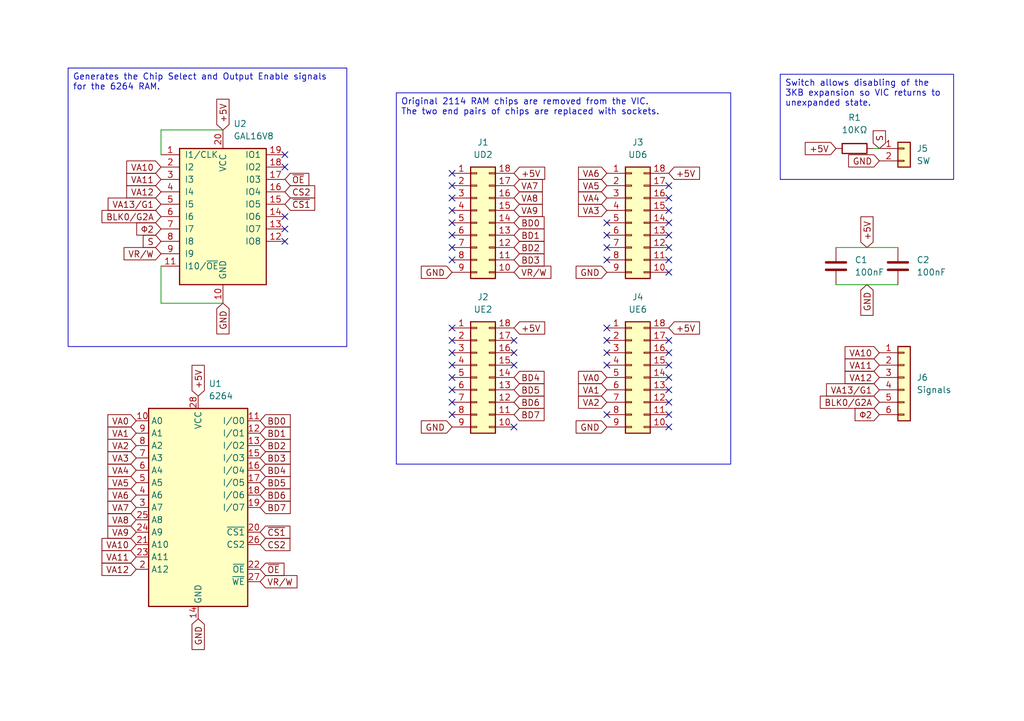
<source format=kicad_sch>
(kicad_sch (version 20250114) (generator "eeschema") (generator_version "9.0")
  (paper "A5")
  (title_block (title "Commodore VIC-20 BLK0 RAM Expansion ") (date "26-Apr-2025") (rev "B") (company "Brett Hallen") (comment 1 "www.youtube.com/@Brfff"))
  (lib_symbols
    (symbol "Connector_Generic:Conn_01x02" (pin_names (offset 1.016) (hide yes))
      (property "Reference" "J" (at 0 2.54 0))
      (property "Value" "Conn_01x02" (at 0 -5.08 0))
      (symbol "Conn_01x02_1_1"
        (rectangle (start -1.27 1.27) (end 1.27 -3.81) (stroke (width 0.254)) (fill (type background)))
        (rectangle (start -1.27 0.127) (end 0 -0.127) (stroke (width 0.1524)))
        (rectangle (start -1.27 -2.413) (end 0 -2.667) (stroke (width 0.1524)))
        (pin passive line (at -5.08 0 0) (length 3.81) (name "Pin_1") (number "1"))
        (pin passive line (at -5.08 -2.54 0) (length 3.81) (name "Pin_2") (number "2"))
      )
    )
    (symbol "Connector_Generic:Conn_01x06" (pin_names (offset 1.016) (hide yes))
      (property "Reference" "J" (at 0 7.62 0))
      (property "Value" "Conn_01x06" (at 0 -10.16 0))
      (symbol "Conn_01x06_1_1"
        (rectangle (start -1.27 6.35) (end 1.27 -8.89) (stroke (width 0.254)) (fill (type background)))
        (rectangle (start -1.27 5.207) (end 0 4.953) (stroke (width 0.1524)))
        (rectangle (start -1.27 2.667) (end 0 2.413) (stroke (width 0.1524)))
        (rectangle (start -1.27 0.127) (end 0 -0.127) (stroke (width 0.1524)))
        (rectangle (start -1.27 -2.413) (end 0 -2.667) (stroke (width 0.1524)))
        (rectangle (start -1.27 -4.953) (end 0 -5.207) (stroke (width 0.1524)))
        (rectangle (start -1.27 -7.493) (end 0 -7.747) (stroke (width 0.1524)))
        (pin passive line (at -5.08 5.08 0) (length 3.81) (name "Pin_1") (number "1"))
        (pin passive line (at -5.08 2.54 0) (length 3.81) (name "Pin_2") (number "2"))
        (pin passive line (at -5.08 0 0) (length 3.81) (name "Pin_3") (number "3"))
        (pin passive line (at -5.08 -2.54 0) (length 3.81) (name "Pin_4") (number "4"))
        (pin passive line (at -5.08 -5.08 0) (length 3.81) (name "Pin_5") (number "5"))
        (pin passive line (at -5.08 -7.62 0) (length 3.81) (name "Pin_6") (number "6"))
      )
    )
    (symbol "Connector_Generic:Conn_02x09_Counter_Clockwise" (pin_names (offset 1.016) (hide yes))
      (property "Reference" "J" (at 1.27 12.7 0))
      (property "Value" "Conn_02x09_Counter_Clockwise" (at 1.27 -12.7 0))
      (symbol "Conn_02x09_Counter_Clockwise_1_1"
        (rectangle (start -1.27 11.43) (end 3.81 -11.43) (stroke (width 0.254)) (fill (type background)))
        (rectangle (start -1.27 10.287) (end 0 10.033) (stroke (width 0.1524)))
        (rectangle (start -1.27 7.747) (end 0 7.493) (stroke (width 0.1524)))
        (rectangle (start -1.27 5.207) (end 0 4.953) (stroke (width 0.1524)))
        (rectangle (start -1.27 2.667) (end 0 2.413) (stroke (width 0.1524)))
        (rectangle (start -1.27 0.127) (end 0 -0.127) (stroke (width 0.1524)))
        (rectangle (start -1.27 -2.413) (end 0 -2.667) (stroke (width 0.1524)))
        (rectangle (start -1.27 -4.953) (end 0 -5.207) (stroke (width 0.1524)))
        (rectangle (start -1.27 -7.493) (end 0 -7.747) (stroke (width 0.1524)))
        (rectangle (start -1.27 -10.033) (end 0 -10.287) (stroke (width 0.1524)))
        (rectangle (start 3.81 10.287) (end 2.54 10.033) (stroke (width 0.1524)))
        (rectangle (start 3.81 7.747) (end 2.54 7.493) (stroke (width 0.1524)))
        (rectangle (start 3.81 5.207) (end 2.54 4.953) (stroke (width 0.1524)))
        (rectangle (start 3.81 2.667) (end 2.54 2.413) (stroke (width 0.1524)))
        (rectangle (start 3.81 0.127) (end 2.54 -0.127) (stroke (width 0.1524)))
        (rectangle (start 3.81 -2.413) (end 2.54 -2.667) (stroke (width 0.1524)))
        (rectangle (start 3.81 -4.953) (end 2.54 -5.207) (stroke (width 0.1524)))
        (rectangle (start 3.81 -7.493) (end 2.54 -7.747) (stroke (width 0.1524)))
        (rectangle (start 3.81 -10.033) (end 2.54 -10.287) (stroke (width 0.1524)))
        (pin passive line (at -5.08 10.16 0) (length 3.81) (name "Pin_1") (number "1"))
        (pin passive line (at -5.08 7.62 0) (length 3.81) (name "Pin_2") (number "2"))
        (pin passive line (at -5.08 5.08 0) (length 3.81) (name "Pin_3") (number "3"))
        (pin passive line (at -5.08 2.54 0) (length 3.81) (name "Pin_4") (number "4"))
        (pin passive line (at -5.08 0 0) (length 3.81) (name "Pin_5") (number "5"))
        (pin passive line (at -5.08 -2.54 0) (length 3.81) (name "Pin_6") (number "6"))
        (pin passive line (at -5.08 -5.08 0) (length 3.81) (name "Pin_7") (number "7"))
        (pin passive line (at -5.08 -7.62 0) (length 3.81) (name "Pin_8") (number "8"))
        (pin passive line (at -5.08 -10.16 0) (length 3.81) (name "Pin_9") (number "9"))
        (pin passive line (at 7.62 10.16 180) (length 3.81) (name "Pin_18") (number "18"))
        (pin passive line (at 7.62 7.62 180) (length 3.81) (name "Pin_17") (number "17"))
        (pin passive line (at 7.62 5.08 180) (length 3.81) (name "Pin_16") (number "16"))
        (pin passive line (at 7.62 2.54 180) (length 3.81) (name "Pin_15") (number "15"))
        (pin passive line (at 7.62 0 180) (length 3.81) (name "Pin_14") (number "14"))
        (pin passive line (at 7.62 -2.54 180) (length 3.81) (name "Pin_13") (number "13"))
        (pin passive line (at 7.62 -5.08 180) (length 3.81) (name "Pin_12") (number "12"))
        (pin passive line (at 7.62 -7.62 180) (length 3.81) (name "Pin_11") (number "11"))
        (pin passive line (at 7.62 -10.16 180) (length 3.81) (name "Pin_10") (number "10"))
      )
    )
    (symbol "Device:C" (pin_numbers (hide yes)) (pin_names (offset 0.254))
      (property "Reference" "C" (at 0.635 2.54 0))
      (property "Value" "C" (at 0.635 -2.54 0))
      (symbol "C_0_1"
        (polyline (pts (xy -2.032 0.762) (xy 2.032 0.762)) (stroke (width 0.508)))
        (polyline (pts (xy -2.032 -0.762) (xy 2.032 -0.762)) (stroke (width 0.508)))
      )
      (symbol "C_1_1"
        (pin passive line (at 0 3.81 270) (length 2.794) (name "~") (number "1"))
        (pin passive line (at 0 -3.81 90) (length 2.794) (name "~") (number "2"))
      )
    )
    (symbol "Device:R" (pin_numbers (hide yes)) (pin_names (offset 0))
      (property "Reference" "R" (at 2.032 0 90))
      (property "Value" "R" (at 0 0 90))
      (symbol "R_0_1"
        (rectangle (start -1.016 -2.54) (end 1.016 2.54) (stroke (width 0.254)))
      )
      (symbol "R_1_1"
        (pin passive line (at 0 3.81 270) (length 1.27) (name "~") (number "1"))
        (pin passive line (at 0 -3.81 90) (length 1.27) (name "~") (number "2"))
      )
    )
    (symbol "Logic_Programmable:GAL16V8" (pin_names (offset 1.016))
      (property "Reference" "U" (at -8.89 16.51 0))
      (property "Value" "GAL16V8" (at 1.27 16.51 0))
      (symbol "GAL16V8_0_0"
        (pin power_in line (at 0 17.78 270) (length 3.81) (name "VCC") (number "20"))
        (pin power_in line (at 0 -17.78 90) (length 3.81) (name "GND") (number "10"))
      )
      (symbol "GAL16V8_0_1"
        (rectangle (start -8.89 13.97) (end 8.89 -13.97) (stroke (width 0.254)) (fill (type background)))
      )
      (symbol "GAL16V8_1_1"
        (pin input line (at -12.7 12.7 0) (length 3.81) (name "I1/CLK") (number "1"))
        (pin input line (at -12.7 10.16 0) (length 3.81) (name "I2") (number "2"))
        (pin input line (at -12.7 7.62 0) (length 3.81) (name "I3") (number "3"))
        (pin input line (at -12.7 5.08 0) (length 3.81) (name "I4") (number "4"))
        (pin input line (at -12.7 2.54 0) (length 3.81) (name "I5") (number "5"))
        (pin input line (at -12.7 0 0) (length 3.81) (name "I6") (number "6"))
        (pin input line (at -12.7 -2.54 0) (length 3.81) (name "I7") (number "7"))
        (pin input line (at -12.7 -5.08 0) (length 3.81) (name "I8") (number "8"))
        (pin input line (at -12.7 -7.62 0) (length 3.81) (name "I9") (number "9"))
        (pin input line (at -12.7 -10.16 0) (length 3.81) (name "I10/~{OE}") (number "11"))
        (pin tri_state line (at 12.7 12.7 180) (length 3.81) (name "IO1") (number "19"))
        (pin tri_state line (at 12.7 10.16 180) (length 3.81) (name "IO2") (number "18"))
        (pin tri_state line (at 12.7 7.62 180) (length 3.81) (name "I03") (number "17"))
        (pin tri_state line (at 12.7 5.08 180) (length 3.81) (name "IO4") (number "16"))
        (pin tri_state line (at 12.7 2.54 180) (length 3.81) (name "IO5") (number "15"))
        (pin tri_state line (at 12.7 0 180) (length 3.81) (name "IO6") (number "14"))
        (pin tri_state line (at 12.7 -2.54 180) (length 3.81) (name "IO7") (number "13"))
        (pin tri_state line (at 12.7 -5.08 180) (length 3.81) (name "IO8") (number "12"))
      )
    )
    (symbol "Memory_RAM:HY6264AxP"
      (property "Reference" "U" (at -10.16 20.955 0))
      (property "Value" "HY6264AxP" (at 2.54 20.955 0))
      (symbol "HY6264AxP_0_0"
        (pin power_in line (at 0 22.86 270) (length 2.54) (name "VCC") (number "28"))
        (pin power_in line (at 0 -22.86 90) (length 2.54) (name "GND") (number "14"))
      )
      (symbol "HY6264AxP_0_1"
        (rectangle (start -10.16 20.32) (end 10.16 -20.32) (stroke (width 0.254)) (fill (type background)))
      )
      (symbol "HY6264AxP_1_1"
        (pin input line (at -12.7 17.78 0) (length 2.54) (name "A0") (number "10"))
        (pin input line (at -12.7 15.24 0) (length 2.54) (name "A1") (number "9"))
        (pin input line (at -12.7 12.7 0) (length 2.54) (name "A2") (number "8"))
        (pin input line (at -12.7 10.16 0) (length 2.54) (name "A3") (number "7"))
        (pin input line (at -12.7 7.62 0) (length 2.54) (name "A4") (number "6"))
        (pin input line (at -12.7 5.08 0) (length 2.54) (name "A5") (number "5"))
        (pin input line (at -12.7 2.54 0) (length 2.54) (name "A6") (number "4"))
        (pin input line (at -12.7 0 0) (length 2.54) (name "A7") (number "3"))
        (pin input line (at -12.7 -2.54 0) (length 2.54) (name "A8") (number "25"))
        (pin input line (at -12.7 -5.08 0) (length 2.54) (name "A9") (number "24"))
        (pin input line (at -12.7 -7.62 0) (length 2.54) (name "A10") (number "21"))
        (pin input line (at -12.7 -10.16 0) (length 2.54) (name "A11") (number "23"))
        (pin input line (at -12.7 -12.7 0) (length 2.54) (name "A12") (number "2"))
        (pin no_connect line (at 0 0 0) (length 2.54) (hide yes) (name "NC") (number "1"))
        (pin tri_state line (at 12.7 17.78 180) (length 2.54) (name "I/O0") (number "11"))
        (pin tri_state line (at 12.7 15.24 180) (length 2.54) (name "I/O1") (number "12"))
        (pin tri_state line (at 12.7 12.7 180) (length 2.54) (name "I/O2") (number "13"))
        (pin tri_state line (at 12.7 10.16 180) (length 2.54) (name "I/O3") (number "15"))
        (pin tri_state line (at 12.7 7.62 180) (length 2.54) (name "I/O4") (number "16"))
        (pin tri_state line (at 12.7 5.08 180) (length 2.54) (name "I/O5") (number "17"))
        (pin tri_state line (at 12.7 2.54 180) (length 2.54) (name "I/O6") (number "18"))
        (pin tri_state line (at 12.7 0 180) (length 2.54) (name "I/O7") (number "19"))
        (pin input line (at 12.7 -5.08 180) (length 2.54) (name "~{CS1}") (number "20"))
        (pin input line (at 12.7 -7.62 180) (length 2.54) (name "CS2") (number "26"))
        (pin input line (at 12.7 -12.7 180) (length 2.54) (name "~{OE}") (number "22"))
        (pin input line (at 12.7 -15.24 180) (length 2.54) (name "~{WE}") (number "27"))
      )
    )
  )
  (text_box "Generates the Chip Select and Output Enable signals for the 6264 RAM." (at 13.97 13.97 0) (size 57.15 57.15) (margins 0.9525 0.9525 0.9525 0.9525) (effects (font (size 1.27 1.27)) (justify left top)))
  (text_box "Switch allows disabling of the 3KB expansion so VIC returns to unexpanded state." (at 160.02 15.24 0) (size 35.56 21.59) (margins 0.9525 0.9525 0.9525 0.9525) (effects (font (size 1.27 1.27)) (justify left top)))
  (text_box "Original 2114 RAM chips are removed from the VIC.\nThe two end pairs of chips are replaced with sockets." (at 81.28 19.05 0) (size 68.58 76.2) (margins 0.9525 0.9525 0.9525 0.9525) (effects (font (size 1.27 1.27)) (justify left top)))
  (no_connect (at 92.71 35.56))
  (no_connect (at 92.71 40.64))
  (no_connect (at 137.16 85.09))
  (no_connect (at 92.71 80.01))
  (no_connect (at 137.16 82.55))
  (no_connect (at 92.71 69.85))
  (no_connect (at 137.16 55.88))
  (no_connect (at 137.16 74.93))
  (no_connect (at 58.42 34.29))
  (no_connect (at 105.41 72.39))
  (no_connect (at 58.42 49.53))
  (no_connect (at 137.16 53.34))
  (no_connect (at 124.46 74.93))
  (no_connect (at 92.71 43.18))
  (no_connect (at 124.46 48.26))
  (no_connect (at 137.16 77.47))
  (no_connect (at 137.16 40.64))
  (no_connect (at 58.42 44.45))
  (no_connect (at 124.46 45.72))
  (no_connect (at 92.71 48.26))
  (no_connect (at 92.71 50.8))
  (no_connect (at 58.42 46.99))
  (no_connect (at 137.16 80.01))
  (no_connect (at 105.41 87.63))
  (no_connect (at 124.46 67.31))
  (no_connect (at 92.71 53.34))
  (no_connect (at 92.71 72.39))
  (no_connect (at 137.16 72.39))
  (no_connect (at 105.41 69.85))
  (no_connect (at 92.71 85.09))
  (no_connect (at 92.71 45.72))
  (no_connect (at 124.46 69.85))
  (no_connect (at 137.16 50.8))
  (no_connect (at 92.71 82.55))
  (no_connect (at 124.46 50.8))
  (no_connect (at 92.71 67.31))
  (no_connect (at 137.16 48.26))
  (no_connect (at 124.46 72.39))
  (no_connect (at 105.41 74.93))
  (no_connect (at 92.71 77.47))
  (no_connect (at 58.42 31.75))
  (no_connect (at 137.16 69.85))
  (no_connect (at 92.71 38.1))
  (no_connect (at 137.16 45.72))
  (no_connect (at 137.16 38.1))
  (no_connect (at 124.46 53.34))
  (no_connect (at 137.16 43.18))
  (no_connect (at 124.46 85.09))
  (no_connect (at 137.16 87.63))
  (no_connect (at 92.71 74.93))
  (wire (pts (xy 171.45 58.42) (xy 184.15 58.42)))
  (wire (pts (xy 33.02 62.23) (xy 33.02 54.61)))
  (wire (pts (xy 45.72 62.23) (xy 33.02 62.23)))
  (wire (pts (xy 179.07 30.48) (xy 180.34 30.48)))
  (wire (pts (xy 33.02 26.67) (xy 33.02 31.75)))
  (wire (pts (xy 171.45 50.8) (xy 184.15 50.8)))
  (wire (pts (xy 45.72 26.67) (xy 33.02 26.67)))
  (global_label "VA10" (shape input) (at 27.94 111.76 180) (property "Intersheetrefs" "${INTERSHEET_REFS}" (effects (hide yes))))
  (global_label "~{CS1}" (shape input) (at 53.34 109.22 0) (property "Intersheetrefs" "${INTERSHEET_REFS}" (effects (hide yes))))
  (global_label "+5V" (shape input) (at 177.8 50.8 90) (property "Intersheetrefs" "${INTERSHEET_REFS}" (effects (hide yes))))
  (global_label "GND" (shape input) (at 124.46 55.88 180) (property "Intersheetrefs" "${INTERSHEET_REFS}" (effects (hide yes))))
  (global_label "VR{slash}W" (shape input) (at 53.34 119.38 0) (property "Intersheetrefs" "${INTERSHEET_REFS}" (effects (hide yes))))
  (global_label "VR{slash}W" (shape input) (at 105.41 55.88 0) (property "Intersheetrefs" "${INTERSHEET_REFS}" (effects (hide yes))))
  (global_label "VA7" (shape input) (at 105.41 38.1 0) (property "Intersheetrefs" "${INTERSHEET_REFS}" (effects (hide yes))))
  (global_label "VA11" (shape input) (at 27.94 114.3 180) (property "Intersheetrefs" "${INTERSHEET_REFS}" (effects (hide yes))))
  (global_label "BD2" (shape input) (at 53.34 91.44 0) (property "Intersheetrefs" "${INTERSHEET_REFS}" (effects (hide yes))))
  (global_label "VA8" (shape input) (at 27.94 106.68 180) (property "Intersheetrefs" "${INTERSHEET_REFS}" (effects (hide yes))))
  (global_label "BD0" (shape input) (at 105.41 45.72 0) (property "Intersheetrefs" "${INTERSHEET_REFS}" (effects (hide yes))))
  (global_label "VA3" (shape input) (at 27.94 93.98 180) (property "Intersheetrefs" "${INTERSHEET_REFS}" (effects (hide yes))))
  (global_label "BD1" (shape input) (at 105.41 48.26 0) (property "Intersheetrefs" "${INTERSHEET_REFS}" (effects (hide yes))))
  (global_label "VA11" (shape input) (at 180.34 74.93 180) (property "Intersheetrefs" "${INTERSHEET_REFS}" (effects (hide yes))))
  (global_label "CS2" (shape input) (at 58.42 39.37 0) (property "Intersheetrefs" "${INTERSHEET_REFS}" (effects (hide yes))))
  (global_label "~{CS1}" (shape input) (at 58.42 41.91 0) (property "Intersheetrefs" "${INTERSHEET_REFS}" (effects (hide yes))))
  (global_label "VA5" (shape input) (at 27.94 99.06 180) (property "Intersheetrefs" "${INTERSHEET_REFS}" (effects (hide yes))))
  (global_label "BD6" (shape input) (at 53.34 101.6 0) (property "Intersheetrefs" "${INTERSHEET_REFS}" (effects (hide yes))))
  (global_label "+5V" (shape input) (at 105.41 67.31 0) (property "Intersheetrefs" "${INTERSHEET_REFS}" (effects (hide yes))))
  (global_label "VA1" (shape input) (at 27.94 88.9 180) (property "Intersheetrefs" "${INTERSHEET_REFS}" (effects (hide yes))))
  (global_label "BD4" (shape input) (at 105.41 77.47 0) (property "Intersheetrefs" "${INTERSHEET_REFS}" (effects (hide yes))))
  (global_label "VA13{slash}G1" (shape input) (at 33.02 41.91 180) (property "Intersheetrefs" "${INTERSHEET_REFS}" (effects (hide yes))))
  (global_label "BD5" (shape input) (at 105.41 80.01 0) (property "Intersheetrefs" "${INTERSHEET_REFS}" (effects (hide yes))))
  (global_label "GND" (shape input) (at 124.46 87.63 180) (property "Intersheetrefs" "${INTERSHEET_REFS}" (effects (hide yes))))
  (global_label "+5V" (shape input) (at 45.72 26.67 90) (property "Intersheetrefs" "${INTERSHEET_REFS}" (effects (hide yes))))
  (global_label "VA9" (shape input) (at 105.41 43.18 0) (property "Intersheetrefs" "${INTERSHEET_REFS}" (effects (hide yes))))
  (global_label "VA13{slash}G1" (shape input) (at 180.34 80.01 180) (property "Intersheetrefs" "${INTERSHEET_REFS}" (effects (hide yes))))
  (global_label "VA12" (shape input) (at 180.34 77.47 180) (property "Intersheetrefs" "${INTERSHEET_REFS}" (effects (hide yes))))
  (global_label "GND" (shape input) (at 177.8 58.42 270) (property "Intersheetrefs" "${INTERSHEET_REFS}" (effects (hide yes))))
  (global_label "VA0" (shape input) (at 27.94 86.36 180) (property "Intersheetrefs" "${INTERSHEET_REFS}" (effects (hide yes))))
  (global_label "+5V" (shape input) (at 137.16 67.31 0) (property "Intersheetrefs" "${INTERSHEET_REFS}" (effects (hide yes))))
  (global_label "+5V" (shape input) (at 171.45 30.48 180) (property "Intersheetrefs" "${INTERSHEET_REFS}" (effects (hide yes))))
  (global_label "VA7" (shape input) (at 27.94 104.14 180) (property "Intersheetrefs" "${INTERSHEET_REFS}" (effects (hide yes))))
  (global_label "+5V" (shape input) (at 40.64 81.28 90) (property "Intersheetrefs" "${INTERSHEET_REFS}" (effects (hide yes))))
  (global_label "VA12" (shape input) (at 27.94 116.84 180) (property "Intersheetrefs" "${INTERSHEET_REFS}" (effects (hide yes))))
  (global_label "VA3" (shape input) (at 124.46 43.18 180) (property "Intersheetrefs" "${INTERSHEET_REFS}" (effects (hide yes))))
  (global_label "VR{slash}W" (shape input) (at 33.02 52.07 180) (property "Intersheetrefs" "${INTERSHEET_REFS}" (effects (hide yes))))
  (global_label "VA12" (shape input) (at 33.02 39.37 180) (property "Intersheetrefs" "${INTERSHEET_REFS}" (effects (hide yes))))
  (global_label "BD7" (shape input) (at 105.41 85.09 0) (property "Intersheetrefs" "${INTERSHEET_REFS}" (effects (hide yes))))
  (global_label "GND" (shape input) (at 92.71 87.63 180) (property "Intersheetrefs" "${INTERSHEET_REFS}" (effects (hide yes))))
  (global_label "VA6" (shape input) (at 124.46 35.56 180) (property "Intersheetrefs" "${INTERSHEET_REFS}" (effects (hide yes))))
  (global_label "VA6" (shape input) (at 27.94 101.6 180) (property "Intersheetrefs" "${INTERSHEET_REFS}" (effects (hide yes))))
  (global_label "GND" (shape input) (at 45.72 62.23 270) (property "Intersheetrefs" "${INTERSHEET_REFS}" (effects (hide yes))))
  (global_label "BD6" (shape input) (at 105.41 82.55 0) (property "Intersheetrefs" "${INTERSHEET_REFS}" (effects (hide yes))))
  (global_label "Φ2" (shape input) (at 180.34 85.09 180) (property "Intersheetrefs" "${INTERSHEET_REFS}" (effects (hide yes))))
  (global_label "~{ΟΕ}" (shape input) (at 58.42 36.83 0) (property "Intersheetrefs" "${INTERSHEET_REFS}" (effects (hide yes))))
  (global_label "VA9" (shape input) (at 27.94 109.22 180) (property "Intersheetrefs" "${INTERSHEET_REFS}" (effects (hide yes))))
  (global_label "BD4" (shape input) (at 53.34 96.52 0) (property "Intersheetrefs" "${INTERSHEET_REFS}" (effects (hide yes))))
  (global_label "VA1" (shape input) (at 124.46 80.01 180) (property "Intersheetrefs" "${INTERSHEET_REFS}" (effects (hide yes))))
  (global_label "BD3" (shape input) (at 53.34 93.98 0) (property "Intersheetrefs" "${INTERSHEET_REFS}" (effects (hide yes))))
  (global_label "VA10" (shape input) (at 180.34 72.39 180) (property "Intersheetrefs" "${INTERSHEET_REFS}" (effects (hide yes))))
  (global_label "VA4" (shape input) (at 27.94 96.52 180) (property "Intersheetrefs" "${INTERSHEET_REFS}" (effects (hide yes))))
  (global_label "BLK0{slash}G2A" (shape input) (at 33.02 44.45 180) (property "Intersheetrefs" "${INTERSHEET_REFS}" (effects (hide yes))))
  (global_label "VA10" (shape input) (at 33.02 34.29 180) (property "Intersheetrefs" "${INTERSHEET_REFS}" (effects (hide yes))))
  (global_label "BD5" (shape input) (at 53.34 99.06 0) (property "Intersheetrefs" "${INTERSHEET_REFS}" (effects (hide yes))))
  (global_label "VA0" (shape input) (at 124.46 77.47 180) (property "Intersheetrefs" "${INTERSHEET_REFS}" (effects (hide yes))))
  (global_label "BLK0{slash}G2A" (shape input) (at 180.34 82.55 180) (property "Intersheetrefs" "${INTERSHEET_REFS}" (effects (hide yes))))
  (global_label "VA4" (shape input) (at 124.46 40.64 180) (property "Intersheetrefs" "${INTERSHEET_REFS}" (effects (hide yes))))
  (global_label "GND" (shape input) (at 40.64 127 270) (property "Intersheetrefs" "${INTERSHEET_REFS}" (effects (hide yes))))
  (global_label "BD2" (shape input) (at 105.41 50.8 0) (property "Intersheetrefs" "${INTERSHEET_REFS}" (effects (hide yes))))
  (global_label "S" (shape input) (at 180.34 30.48 90) (property "Intersheetrefs" "${INTERSHEET_REFS}" (effects (hide yes))))
  (global_label "GND" (shape input) (at 92.71 55.88 180) (property "Intersheetrefs" "${INTERSHEET_REFS}" (effects (hide yes))))
  (global_label "BD7" (shape input) (at 53.34 104.14 0) (property "Intersheetrefs" "${INTERSHEET_REFS}" (effects (hide yes))))
  (global_label "BD3" (shape input) (at 105.41 53.34 0) (property "Intersheetrefs" "${INTERSHEET_REFS}" (effects (hide yes))))
  (global_label "CS2" (shape input) (at 53.34 111.76 0) (property "Intersheetrefs" "${INTERSHEET_REFS}" (effects (hide yes))))
  (global_label "Φ2" (shape input) (at 33.02 46.99 180) (property "Intersheetrefs" "${INTERSHEET_REFS}" (effects (hide yes))))
  (global_label "VA11" (shape input) (at 33.02 36.83 180) (property "Intersheetrefs" "${INTERSHEET_REFS}" (effects (hide yes))))
  (global_label "BD0" (shape input) (at 53.34 86.36 0) (property "Intersheetrefs" "${INTERSHEET_REFS}" (effects (hide yes))))
  (global_label "GND" (shape input) (at 180.34 33.02 180) (property "Intersheetrefs" "${INTERSHEET_REFS}" (effects (hide yes))))
  (global_label "VA8" (shape input) (at 105.41 40.64 0) (property "Intersheetrefs" "${INTERSHEET_REFS}" (effects (hide yes))))
  (global_label "VA2" (shape input) (at 124.46 82.55 180) (property "Intersheetrefs" "${INTERSHEET_REFS}" (effects (hide yes))))
  (global_label "BD1" (shape input) (at 53.34 88.9 0) (property "Intersheetrefs" "${INTERSHEET_REFS}" (effects (hide yes))))
  (global_label "+5V" (shape input) (at 105.41 35.56 0) (property "Intersheetrefs" "${INTERSHEET_REFS}" (effects (hide yes))))
  (global_label "S" (shape input) (at 33.02 49.53 180) (property "Intersheetrefs" "${INTERSHEET_REFS}" (effects (hide yes))))
  (global_label "VA5" (shape input) (at 124.46 38.1 180) (property "Intersheetrefs" "${INTERSHEET_REFS}" (effects (hide yes))))
  (global_label "~{ΟΕ}" (shape input) (at 53.34 116.84 0) (property "Intersheetrefs" "${INTERSHEET_REFS}" (effects (hide yes))))
  (global_label "+5V" (shape input) (at 137.16 35.56 0) (property "Intersheetrefs" "${INTERSHEET_REFS}" (effects (hide yes))))
  (global_label "VA2" (shape input) (at 27.94 91.44 180) (property "Intersheetrefs" "${INTERSHEET_REFS}" (effects (hide yes))))
  (symbol (lib_id "Connector_Generic:Conn_02x09_Counter_Clockwise") (at 129.54 77.47 0) (unit 1)
    (property "Reference" "J4" (at 130.81 60.96 0))
    (property "Value" "UE6" (at 130.81 63.5 0))
    (property "Footprint" "Package_DIP:DIP-18_W7.62mm" (effects (hide yes)))
    (property "Description" "Generic connector, double row, 02x09, counter clockwise pin numbering scheme (similar to DIP package numbering), script generated (kicad-library-utils/schlib/autogen/connector/)" (effects (hide yes)))
  )
  (symbol (lib_id "Logic_Programmable:GAL16V8") (at 45.72 44.45 0) (unit 1)
    (property "Reference" "U2" (at 47.8633 25.4 0) (effects (justify left)))
    (property "Value" "GAL16V8" (at 47.8633 27.94 0) (effects (justify left)))
    (property "Footprint" "Package_DIP:DIP-20_W7.62mm_Socket" (effects (hide yes)))
    (property "Description" "Programmable Logic Array, DIP-20/SOIC-20/PLCC-20" (effects (hide yes)))
  )
  (symbol (lib_id "Connector_Generic:Conn_01x02") (at 185.42 30.48 0) (unit 1)
    (property "Reference" "J5" (at 187.96 30.4799 0) (effects (justify left)))
    (property "Value" "SW" (at 187.96 33.0199 0) (effects (justify left)))
    (property "Footprint" "Connector_PinHeader_2.54mm:PinHeader_1x02_P2.54mm_Vertical" (effects (hide yes)))
    (property "Description" "Generic connector, single row, 01x02, script generated (kicad-library-utils/schlib/autogen/connector/)" (effects (hide yes)))
  )
  (symbol (lib_id "Connector_Generic:Conn_02x09_Counter_Clockwise") (at 97.79 45.72 0) (unit 1)
    (property "Reference" "J1" (at 99.06 29.21 0))
    (property "Value" "UD2" (at 99.06 31.75 0))
    (property "Footprint" "Package_DIP:DIP-18_W7.62mm" (effects (hide yes)))
    (property "Description" "Generic connector, double row, 02x09, counter clockwise pin numbering scheme (similar to DIP package numbering), script generated (kicad-library-utils/schlib/autogen/connector/)" (effects (hide yes)))
  )
  (symbol (lib_id "Connector_Generic:Conn_01x06") (at 185.42 77.47 0) (unit 1)
    (property "Reference" "J6" (at 187.96 77.4699 0) (effects (justify left)))
    (property "Value" "Signals" (at 187.96 80.0099 0) (effects (justify left)))
    (property "Footprint" "Connector_PinHeader_2.54mm:PinHeader_1x06_P2.54mm_Vertical" (effects (hide yes)))
    (property "Description" "Generic connector, single row, 01x06, script generated (kicad-library-utils/schlib/autogen/connector/)" (effects (hide yes)))
  )
  (symbol (lib_id "Connector_Generic:Conn_02x09_Counter_Clockwise") (at 129.54 45.72 0) (unit 1)
    (property "Reference" "J3" (at 130.81 29.21 0))
    (property "Value" "UD6" (at 130.81 31.75 0))
    (property "Footprint" "Package_DIP:DIP-18_W7.62mm" (effects (hide yes)))
    (property "Description" "Generic connector, double row, 02x09, counter clockwise pin numbering scheme (similar to DIP package numbering), script generated (kicad-library-utils/schlib/autogen/connector/)" (effects (hide yes)))
  )
  (symbol (lib_id "Connector_Generic:Conn_02x09_Counter_Clockwise") (at 97.79 77.47 0) (unit 1)
    (property "Reference" "J2" (at 99.06 60.96 0))
    (property "Value" "UE2" (at 99.06 63.5 0))
    (property "Footprint" "Package_DIP:DIP-18_W7.62mm" (effects (hide yes)))
    (property "Description" "Generic connector, double row, 02x09, counter clockwise pin numbering scheme (similar to DIP package numbering), script generated (kicad-library-utils/schlib/autogen/connector/)" (effects (hide yes)))
  )
  (symbol (lib_id "Device:C") (at 171.45 54.61 0) (unit 1)
    (property "Reference" "C1" (at 175.26 53.3399 0) (effects (justify left)))
    (property "Value" "100nF" (at 175.26 55.8799 0) (effects (justify left)))
    (property "Footprint" "Capacitor_THT:C_Disc_D3.0mm_W2.0mm_P2.50mm" (effects (hide yes)))
    (property "Description" "Unpolarized capacitor" (effects (hide yes)))
  )
  (symbol (lib_id "Device:C") (at 184.15 54.61 0) (unit 1)
    (property "Reference" "C2" (at 187.96 53.3399 0) (effects (justify left)))
    (property "Value" "100nF" (at 187.96 55.8799 0) (effects (justify left)))
    (property "Footprint" "Capacitor_THT:C_Disc_D3.0mm_W2.0mm_P2.50mm" (effects (hide yes)))
    (property "Description" "Unpolarized capacitor" (effects (hide yes)))
  )
  (symbol (lib_id "Memory_RAM:HY6264AxP") (at 40.64 104.14 0) (unit 1)
    (property "Reference" "U1" (at 42.7833 78.74 0) (effects (justify left)))
    (property "Value" "6264" (at 42.7833 81.28 0) (effects (justify left)))
    (property "Footprint" "Package_DIP:DIP-28_W15.24mm_Socket" (effects (hide yes)))
    (property "Datasheet" "https://www.farnell.com/datasheets/2159.pdf" (effects (hide yes)))
    (property "Description" "Not in Production, 8Kx8 bit Static RAM, 70/85/100/120/150ns, DIP-28" (effects (hide yes)))
  )
  (symbol (lib_id "Device:R") (at 175.26 30.48 90) (unit 1)
    (property "Reference" "R1" (at 175.26 24.13 90))
    (property "Value" "10KΩ" (at 175.26 26.67 90))
    (property "Footprint" "Resistor_THT:R_Axial_DIN0207_L6.3mm_D2.5mm_P7.62mm_Horizontal" (effects (hide yes)))
    (property "Description" "Resistor" (effects (hide yes)))
  )
)
</source>
